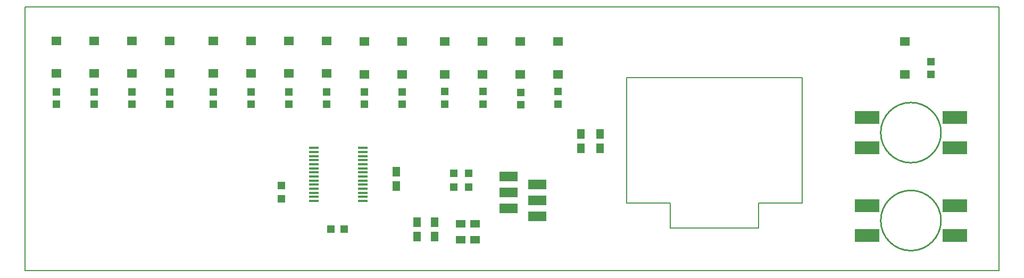
<source format=gbp>
%FSLAX25Y25*%
%MOIN*%
G70*
G01*
G75*
G04 Layer_Color=128*
%ADD10C,0.01000*%
%ADD11C,0.04000*%
%ADD12C,0.02000*%
%ADD13C,0.00787*%
%ADD14C,0.12992*%
%ADD15O,0.05600X0.06400*%
%ADD16R,0.05600X0.06400*%
%ADD17C,0.04000*%
%ADD18C,0.05600*%
%ADD19C,0.05000*%
%ADD20R,0.06299X0.05512*%
%ADD21R,0.06000X0.05000*%
%ADD22R,0.05000X0.05000*%
%ADD23R,0.05000X0.05000*%
%ADD24R,0.11811X0.05906*%
%ADD25R,0.15748X0.07874*%
%ADD26R,0.05906X0.01181*%
%ADD27R,0.05000X0.06000*%
%ADD28R,0.04921X0.05118*%
%ADD29C,0.06000*%
%ADD30C,0.01200*%
%ADD31C,0.01600*%
%ADD32O,0.06400X0.07200*%
%ADD33R,0.06400X0.07200*%
%ADD34R,0.40000X0.14500*%
%ADD35R,0.07099X0.06312*%
%ADD36R,0.06800X0.05800*%
%ADD37R,0.05800X0.05800*%
%ADD38R,0.05800X0.05800*%
%ADD39R,0.12611X0.06706*%
%ADD40R,0.16548X0.08674*%
%ADD41R,0.06706X0.01981*%
%ADD42R,0.05800X0.06800*%
%ADD43R,0.05721X0.05918*%
D10*
X574016Y31496D02*
G03*
X574016Y31496I-18898J0D01*
G01*
Y86614D02*
G03*
X574016Y86614I-18898J0D01*
G01*
D13*
X404449Y26654D02*
X459567D01*
Y42402D01*
X463504D01*
X487126D01*
Y121142D01*
X376890D02*
X487126D01*
X376890Y42402D02*
Y121142D01*
Y42402D02*
X404449D01*
Y26654D02*
Y42402D01*
X0Y0D02*
Y165354D01*
X610236D01*
Y0D02*
Y165354D01*
X0Y0D02*
X610236D01*
D20*
X188976Y123622D02*
D03*
Y144095D02*
D03*
X165354Y123622D02*
D03*
Y144095D02*
D03*
X141732Y123622D02*
D03*
Y144095D02*
D03*
X118110Y123622D02*
D03*
Y144095D02*
D03*
X90551Y123622D02*
D03*
Y144095D02*
D03*
X66929Y123622D02*
D03*
Y144095D02*
D03*
X43307Y123622D02*
D03*
Y144095D02*
D03*
X19685Y123622D02*
D03*
Y144095D02*
D03*
X212598Y123228D02*
D03*
Y143701D02*
D03*
X236221Y123228D02*
D03*
Y143701D02*
D03*
X262992Y123228D02*
D03*
Y143701D02*
D03*
X286614Y123228D02*
D03*
Y143701D02*
D03*
X310236Y123228D02*
D03*
Y143701D02*
D03*
X333858Y123228D02*
D03*
Y143701D02*
D03*
X551181Y123228D02*
D03*
Y143701D02*
D03*
D21*
X282000Y19500D02*
D03*
X273000D02*
D03*
X282000Y29500D02*
D03*
X273000D02*
D03*
D22*
X160500Y45000D02*
D03*
Y53500D02*
D03*
X278000Y52500D02*
D03*
Y61000D02*
D03*
X268500Y52500D02*
D03*
Y61000D02*
D03*
D23*
X191500Y26000D02*
D03*
X200000D02*
D03*
D24*
X303150Y59213D02*
D03*
X320866Y54213D02*
D03*
X303150Y49213D02*
D03*
X320866Y44213D02*
D03*
X303150Y39213D02*
D03*
X320866Y34213D02*
D03*
D25*
X527559Y22047D02*
D03*
Y40945D02*
D03*
X582677D02*
D03*
Y22047D02*
D03*
X527559Y77165D02*
D03*
Y96063D02*
D03*
X582677D02*
D03*
Y77165D02*
D03*
D26*
X211709Y77000D02*
D03*
Y74441D02*
D03*
Y71882D02*
D03*
Y69323D02*
D03*
Y66764D02*
D03*
Y64205D02*
D03*
Y61646D02*
D03*
Y59087D02*
D03*
Y56528D02*
D03*
Y53969D02*
D03*
Y51409D02*
D03*
Y48850D02*
D03*
Y46291D02*
D03*
Y43732D02*
D03*
X181000D02*
D03*
Y46291D02*
D03*
Y48850D02*
D03*
Y51409D02*
D03*
Y53969D02*
D03*
Y56528D02*
D03*
Y59087D02*
D03*
Y61646D02*
D03*
Y64205D02*
D03*
Y66764D02*
D03*
Y69323D02*
D03*
Y71882D02*
D03*
Y74441D02*
D03*
Y77000D02*
D03*
D27*
X256500Y30500D02*
D03*
Y21500D02*
D03*
X245500Y30500D02*
D03*
Y21500D02*
D03*
X348425Y76772D02*
D03*
Y85772D02*
D03*
X360236Y76772D02*
D03*
Y85772D02*
D03*
X232500Y53000D02*
D03*
Y62000D02*
D03*
D28*
X188976Y104331D02*
D03*
Y112205D02*
D03*
X165354Y104331D02*
D03*
Y112205D02*
D03*
X141732Y104331D02*
D03*
Y112205D02*
D03*
X118110Y104331D02*
D03*
Y112205D02*
D03*
X90551Y104331D02*
D03*
Y112205D02*
D03*
X66929Y104331D02*
D03*
Y112205D02*
D03*
X43307Y104331D02*
D03*
Y112205D02*
D03*
X19685Y104331D02*
D03*
Y112205D02*
D03*
X212598Y104331D02*
D03*
Y112205D02*
D03*
X236221Y104331D02*
D03*
Y112205D02*
D03*
X263000Y104500D02*
D03*
Y112374D02*
D03*
X287000Y104500D02*
D03*
Y112374D02*
D03*
X310500Y104000D02*
D03*
Y111874D02*
D03*
X334000Y104500D02*
D03*
Y112374D02*
D03*
X567500Y131000D02*
D03*
Y123126D02*
D03*
M02*

</source>
